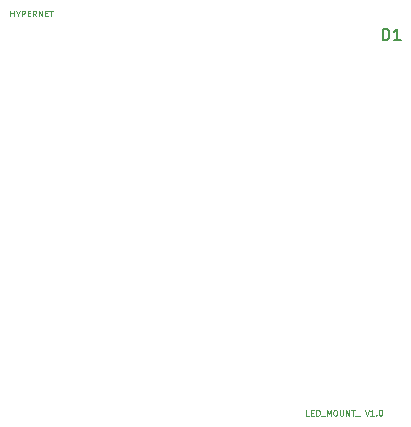
<source format=gbr>
%TF.GenerationSoftware,KiCad,Pcbnew,5.1.6-c6e7f7d~87~ubuntu20.04.1*%
%TF.CreationDate,2021-01-17T18:02:22+02:00*%
%TF.ProjectId,LED_Mount,4c45445f-4d6f-4756-9e74-2e6b69636164,rev?*%
%TF.SameCoordinates,Original*%
%TF.FileFunction,Legend,Top*%
%TF.FilePolarity,Positive*%
%FSLAX46Y46*%
G04 Gerber Fmt 4.6, Leading zero omitted, Abs format (unit mm)*
G04 Created by KiCad (PCBNEW 5.1.6-c6e7f7d~87~ubuntu20.04.1) date 2021-01-17 18:02:22*
%MOMM*%
%LPD*%
G01*
G04 APERTURE LIST*
%ADD10C,0.100000*%
%ADD11C,0.150000*%
G04 APERTURE END LIST*
D10*
X125835714Y-84526190D02*
X125597619Y-84526190D01*
X125597619Y-84026190D01*
X126002380Y-84264285D02*
X126169047Y-84264285D01*
X126240476Y-84526190D02*
X126002380Y-84526190D01*
X126002380Y-84026190D01*
X126240476Y-84026190D01*
X126454761Y-84526190D02*
X126454761Y-84026190D01*
X126573809Y-84026190D01*
X126645238Y-84050000D01*
X126692857Y-84097619D01*
X126716666Y-84145238D01*
X126740476Y-84240476D01*
X126740476Y-84311904D01*
X126716666Y-84407142D01*
X126692857Y-84454761D01*
X126645238Y-84502380D01*
X126573809Y-84526190D01*
X126454761Y-84526190D01*
X126835714Y-84573809D02*
X127216666Y-84573809D01*
X127335714Y-84526190D02*
X127335714Y-84026190D01*
X127502380Y-84383333D01*
X127669047Y-84026190D01*
X127669047Y-84526190D01*
X128002380Y-84026190D02*
X128097619Y-84026190D01*
X128145238Y-84050000D01*
X128192857Y-84097619D01*
X128216666Y-84192857D01*
X128216666Y-84359523D01*
X128192857Y-84454761D01*
X128145238Y-84502380D01*
X128097619Y-84526190D01*
X128002380Y-84526190D01*
X127954761Y-84502380D01*
X127907142Y-84454761D01*
X127883333Y-84359523D01*
X127883333Y-84192857D01*
X127907142Y-84097619D01*
X127954761Y-84050000D01*
X128002380Y-84026190D01*
X128430952Y-84026190D02*
X128430952Y-84430952D01*
X128454761Y-84478571D01*
X128478571Y-84502380D01*
X128526190Y-84526190D01*
X128621428Y-84526190D01*
X128669047Y-84502380D01*
X128692857Y-84478571D01*
X128716666Y-84430952D01*
X128716666Y-84026190D01*
X128954761Y-84526190D02*
X128954761Y-84026190D01*
X129240476Y-84526190D01*
X129240476Y-84026190D01*
X129407142Y-84026190D02*
X129692857Y-84026190D01*
X129550000Y-84526190D02*
X129550000Y-84026190D01*
X129740476Y-84573809D02*
X130121428Y-84573809D01*
X130550000Y-84026190D02*
X130716666Y-84526190D01*
X130883333Y-84026190D01*
X131311904Y-84526190D02*
X131026190Y-84526190D01*
X131169047Y-84526190D02*
X131169047Y-84026190D01*
X131121428Y-84097619D01*
X131073809Y-84145238D01*
X131026190Y-84169047D01*
X131526190Y-84478571D02*
X131550000Y-84502380D01*
X131526190Y-84526190D01*
X131502380Y-84502380D01*
X131526190Y-84478571D01*
X131526190Y-84526190D01*
X131859523Y-84026190D02*
X131907142Y-84026190D01*
X131954761Y-84050000D01*
X131978571Y-84073809D01*
X132002380Y-84121428D01*
X132026190Y-84216666D01*
X132026190Y-84335714D01*
X132002380Y-84430952D01*
X131978571Y-84478571D01*
X131954761Y-84502380D01*
X131907142Y-84526190D01*
X131859523Y-84526190D01*
X131811904Y-84502380D01*
X131788095Y-84478571D01*
X131764285Y-84430952D01*
X131740476Y-84335714D01*
X131740476Y-84216666D01*
X131764285Y-84121428D01*
X131788095Y-84073809D01*
X131811904Y-84050000D01*
X131859523Y-84026190D01*
X100538095Y-50726190D02*
X100538095Y-50226190D01*
X100538095Y-50464285D02*
X100823809Y-50464285D01*
X100823809Y-50726190D02*
X100823809Y-50226190D01*
X101157142Y-50488095D02*
X101157142Y-50726190D01*
X100990476Y-50226190D02*
X101157142Y-50488095D01*
X101323809Y-50226190D01*
X101490476Y-50726190D02*
X101490476Y-50226190D01*
X101680952Y-50226190D01*
X101728571Y-50250000D01*
X101752380Y-50273809D01*
X101776190Y-50321428D01*
X101776190Y-50392857D01*
X101752380Y-50440476D01*
X101728571Y-50464285D01*
X101680952Y-50488095D01*
X101490476Y-50488095D01*
X101990476Y-50464285D02*
X102157142Y-50464285D01*
X102228571Y-50726190D02*
X101990476Y-50726190D01*
X101990476Y-50226190D01*
X102228571Y-50226190D01*
X102728571Y-50726190D02*
X102561904Y-50488095D01*
X102442857Y-50726190D02*
X102442857Y-50226190D01*
X102633333Y-50226190D01*
X102680952Y-50250000D01*
X102704761Y-50273809D01*
X102728571Y-50321428D01*
X102728571Y-50392857D01*
X102704761Y-50440476D01*
X102680952Y-50464285D01*
X102633333Y-50488095D01*
X102442857Y-50488095D01*
X102942857Y-50726190D02*
X102942857Y-50226190D01*
X103228571Y-50726190D01*
X103228571Y-50226190D01*
X103466666Y-50464285D02*
X103633333Y-50464285D01*
X103704761Y-50726190D02*
X103466666Y-50726190D01*
X103466666Y-50226190D01*
X103704761Y-50226190D01*
X103847619Y-50226190D02*
X104133333Y-50226190D01*
X103990476Y-50726190D02*
X103990476Y-50226190D01*
%TO.C,D1*%
D11*
X132061904Y-52752380D02*
X132061904Y-51752380D01*
X132300000Y-51752380D01*
X132442857Y-51800000D01*
X132538095Y-51895238D01*
X132585714Y-51990476D01*
X132633333Y-52180952D01*
X132633333Y-52323809D01*
X132585714Y-52514285D01*
X132538095Y-52609523D01*
X132442857Y-52704761D01*
X132300000Y-52752380D01*
X132061904Y-52752380D01*
X133585714Y-52752380D02*
X133014285Y-52752380D01*
X133300000Y-52752380D02*
X133300000Y-51752380D01*
X133204761Y-51895238D01*
X133109523Y-51990476D01*
X133014285Y-52038095D01*
%TD*%
M02*

</source>
